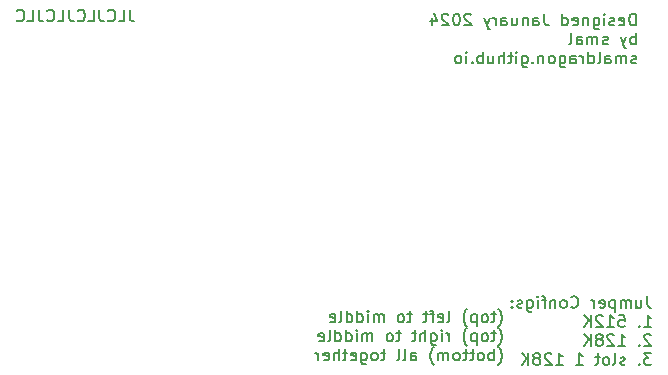
<source format=gbr>
%TF.GenerationSoftware,KiCad,Pcbnew,7.0.10*%
%TF.CreationDate,2024-01-06T19:25:06+00:00*%
%TF.ProjectId,v1a,7631612e-6b69-4636-9164-5f7063625858,rev?*%
%TF.SameCoordinates,Original*%
%TF.FileFunction,Legend,Bot*%
%TF.FilePolarity,Positive*%
%FSLAX46Y46*%
G04 Gerber Fmt 4.6, Leading zero omitted, Abs format (unit mm)*
G04 Created by KiCad (PCBNEW 7.0.10) date 2024-01-06 19:25:06*
%MOMM*%
%LPD*%
G01*
G04 APERTURE LIST*
%ADD10C,0.200000*%
%ADD11C,0.150000*%
G04 APERTURE END LIST*
D10*
X97134612Y-81794219D02*
X97134612Y-82508504D01*
X97134612Y-82508504D02*
X97182231Y-82651361D01*
X97182231Y-82651361D02*
X97277469Y-82746600D01*
X97277469Y-82746600D02*
X97420326Y-82794219D01*
X97420326Y-82794219D02*
X97515564Y-82794219D01*
X96229850Y-82127552D02*
X96229850Y-82794219D01*
X96658421Y-82127552D02*
X96658421Y-82651361D01*
X96658421Y-82651361D02*
X96610802Y-82746600D01*
X96610802Y-82746600D02*
X96515564Y-82794219D01*
X96515564Y-82794219D02*
X96372707Y-82794219D01*
X96372707Y-82794219D02*
X96277469Y-82746600D01*
X96277469Y-82746600D02*
X96229850Y-82698980D01*
X95753659Y-82794219D02*
X95753659Y-82127552D01*
X95753659Y-82222790D02*
X95706040Y-82175171D01*
X95706040Y-82175171D02*
X95610802Y-82127552D01*
X95610802Y-82127552D02*
X95467945Y-82127552D01*
X95467945Y-82127552D02*
X95372707Y-82175171D01*
X95372707Y-82175171D02*
X95325088Y-82270409D01*
X95325088Y-82270409D02*
X95325088Y-82794219D01*
X95325088Y-82270409D02*
X95277469Y-82175171D01*
X95277469Y-82175171D02*
X95182231Y-82127552D01*
X95182231Y-82127552D02*
X95039374Y-82127552D01*
X95039374Y-82127552D02*
X94944135Y-82175171D01*
X94944135Y-82175171D02*
X94896516Y-82270409D01*
X94896516Y-82270409D02*
X94896516Y-82794219D01*
X94420326Y-82127552D02*
X94420326Y-83127552D01*
X94420326Y-82175171D02*
X94325088Y-82127552D01*
X94325088Y-82127552D02*
X94134612Y-82127552D01*
X94134612Y-82127552D02*
X94039374Y-82175171D01*
X94039374Y-82175171D02*
X93991755Y-82222790D01*
X93991755Y-82222790D02*
X93944136Y-82318028D01*
X93944136Y-82318028D02*
X93944136Y-82603742D01*
X93944136Y-82603742D02*
X93991755Y-82698980D01*
X93991755Y-82698980D02*
X94039374Y-82746600D01*
X94039374Y-82746600D02*
X94134612Y-82794219D01*
X94134612Y-82794219D02*
X94325088Y-82794219D01*
X94325088Y-82794219D02*
X94420326Y-82746600D01*
X93134612Y-82746600D02*
X93229850Y-82794219D01*
X93229850Y-82794219D02*
X93420326Y-82794219D01*
X93420326Y-82794219D02*
X93515564Y-82746600D01*
X93515564Y-82746600D02*
X93563183Y-82651361D01*
X93563183Y-82651361D02*
X93563183Y-82270409D01*
X93563183Y-82270409D02*
X93515564Y-82175171D01*
X93515564Y-82175171D02*
X93420326Y-82127552D01*
X93420326Y-82127552D02*
X93229850Y-82127552D01*
X93229850Y-82127552D02*
X93134612Y-82175171D01*
X93134612Y-82175171D02*
X93086993Y-82270409D01*
X93086993Y-82270409D02*
X93086993Y-82365647D01*
X93086993Y-82365647D02*
X93563183Y-82460885D01*
X92658421Y-82794219D02*
X92658421Y-82127552D01*
X92658421Y-82318028D02*
X92610802Y-82222790D01*
X92610802Y-82222790D02*
X92563183Y-82175171D01*
X92563183Y-82175171D02*
X92467945Y-82127552D01*
X92467945Y-82127552D02*
X92372707Y-82127552D01*
X90706040Y-82698980D02*
X90753659Y-82746600D01*
X90753659Y-82746600D02*
X90896516Y-82794219D01*
X90896516Y-82794219D02*
X90991754Y-82794219D01*
X90991754Y-82794219D02*
X91134611Y-82746600D01*
X91134611Y-82746600D02*
X91229849Y-82651361D01*
X91229849Y-82651361D02*
X91277468Y-82556123D01*
X91277468Y-82556123D02*
X91325087Y-82365647D01*
X91325087Y-82365647D02*
X91325087Y-82222790D01*
X91325087Y-82222790D02*
X91277468Y-82032314D01*
X91277468Y-82032314D02*
X91229849Y-81937076D01*
X91229849Y-81937076D02*
X91134611Y-81841838D01*
X91134611Y-81841838D02*
X90991754Y-81794219D01*
X90991754Y-81794219D02*
X90896516Y-81794219D01*
X90896516Y-81794219D02*
X90753659Y-81841838D01*
X90753659Y-81841838D02*
X90706040Y-81889457D01*
X90134611Y-82794219D02*
X90229849Y-82746600D01*
X90229849Y-82746600D02*
X90277468Y-82698980D01*
X90277468Y-82698980D02*
X90325087Y-82603742D01*
X90325087Y-82603742D02*
X90325087Y-82318028D01*
X90325087Y-82318028D02*
X90277468Y-82222790D01*
X90277468Y-82222790D02*
X90229849Y-82175171D01*
X90229849Y-82175171D02*
X90134611Y-82127552D01*
X90134611Y-82127552D02*
X89991754Y-82127552D01*
X89991754Y-82127552D02*
X89896516Y-82175171D01*
X89896516Y-82175171D02*
X89848897Y-82222790D01*
X89848897Y-82222790D02*
X89801278Y-82318028D01*
X89801278Y-82318028D02*
X89801278Y-82603742D01*
X89801278Y-82603742D02*
X89848897Y-82698980D01*
X89848897Y-82698980D02*
X89896516Y-82746600D01*
X89896516Y-82746600D02*
X89991754Y-82794219D01*
X89991754Y-82794219D02*
X90134611Y-82794219D01*
X89372706Y-82127552D02*
X89372706Y-82794219D01*
X89372706Y-82222790D02*
X89325087Y-82175171D01*
X89325087Y-82175171D02*
X89229849Y-82127552D01*
X89229849Y-82127552D02*
X89086992Y-82127552D01*
X89086992Y-82127552D02*
X88991754Y-82175171D01*
X88991754Y-82175171D02*
X88944135Y-82270409D01*
X88944135Y-82270409D02*
X88944135Y-82794219D01*
X88610801Y-82127552D02*
X88229849Y-82127552D01*
X88467944Y-82794219D02*
X88467944Y-81937076D01*
X88467944Y-81937076D02*
X88420325Y-81841838D01*
X88420325Y-81841838D02*
X88325087Y-81794219D01*
X88325087Y-81794219D02*
X88229849Y-81794219D01*
X87896515Y-82794219D02*
X87896515Y-82127552D01*
X87896515Y-81794219D02*
X87944134Y-81841838D01*
X87944134Y-81841838D02*
X87896515Y-81889457D01*
X87896515Y-81889457D02*
X87848896Y-81841838D01*
X87848896Y-81841838D02*
X87896515Y-81794219D01*
X87896515Y-81794219D02*
X87896515Y-81889457D01*
X86991754Y-82127552D02*
X86991754Y-82937076D01*
X86991754Y-82937076D02*
X87039373Y-83032314D01*
X87039373Y-83032314D02*
X87086992Y-83079933D01*
X87086992Y-83079933D02*
X87182230Y-83127552D01*
X87182230Y-83127552D02*
X87325087Y-83127552D01*
X87325087Y-83127552D02*
X87420325Y-83079933D01*
X86991754Y-82746600D02*
X87086992Y-82794219D01*
X87086992Y-82794219D02*
X87277468Y-82794219D01*
X87277468Y-82794219D02*
X87372706Y-82746600D01*
X87372706Y-82746600D02*
X87420325Y-82698980D01*
X87420325Y-82698980D02*
X87467944Y-82603742D01*
X87467944Y-82603742D02*
X87467944Y-82318028D01*
X87467944Y-82318028D02*
X87420325Y-82222790D01*
X87420325Y-82222790D02*
X87372706Y-82175171D01*
X87372706Y-82175171D02*
X87277468Y-82127552D01*
X87277468Y-82127552D02*
X87086992Y-82127552D01*
X87086992Y-82127552D02*
X86991754Y-82175171D01*
X86563182Y-82746600D02*
X86467944Y-82794219D01*
X86467944Y-82794219D02*
X86277468Y-82794219D01*
X86277468Y-82794219D02*
X86182230Y-82746600D01*
X86182230Y-82746600D02*
X86134611Y-82651361D01*
X86134611Y-82651361D02*
X86134611Y-82603742D01*
X86134611Y-82603742D02*
X86182230Y-82508504D01*
X86182230Y-82508504D02*
X86277468Y-82460885D01*
X86277468Y-82460885D02*
X86420325Y-82460885D01*
X86420325Y-82460885D02*
X86515563Y-82413266D01*
X86515563Y-82413266D02*
X86563182Y-82318028D01*
X86563182Y-82318028D02*
X86563182Y-82270409D01*
X86563182Y-82270409D02*
X86515563Y-82175171D01*
X86515563Y-82175171D02*
X86420325Y-82127552D01*
X86420325Y-82127552D02*
X86277468Y-82127552D01*
X86277468Y-82127552D02*
X86182230Y-82175171D01*
X85706039Y-82698980D02*
X85658420Y-82746600D01*
X85658420Y-82746600D02*
X85706039Y-82794219D01*
X85706039Y-82794219D02*
X85753658Y-82746600D01*
X85753658Y-82746600D02*
X85706039Y-82698980D01*
X85706039Y-82698980D02*
X85706039Y-82794219D01*
X85706039Y-82175171D02*
X85658420Y-82222790D01*
X85658420Y-82222790D02*
X85706039Y-82270409D01*
X85706039Y-82270409D02*
X85753658Y-82222790D01*
X85753658Y-82222790D02*
X85706039Y-82175171D01*
X85706039Y-82175171D02*
X85706039Y-82270409D01*
X96896517Y-84404219D02*
X97467945Y-84404219D01*
X97182231Y-84404219D02*
X97182231Y-83404219D01*
X97182231Y-83404219D02*
X97277469Y-83547076D01*
X97277469Y-83547076D02*
X97372707Y-83642314D01*
X97372707Y-83642314D02*
X97467945Y-83689933D01*
X96467945Y-84308980D02*
X96420326Y-84356600D01*
X96420326Y-84356600D02*
X96467945Y-84404219D01*
X96467945Y-84404219D02*
X96515564Y-84356600D01*
X96515564Y-84356600D02*
X96467945Y-84308980D01*
X96467945Y-84308980D02*
X96467945Y-84404219D01*
X94753660Y-83404219D02*
X95229850Y-83404219D01*
X95229850Y-83404219D02*
X95277469Y-83880409D01*
X95277469Y-83880409D02*
X95229850Y-83832790D01*
X95229850Y-83832790D02*
X95134612Y-83785171D01*
X95134612Y-83785171D02*
X94896517Y-83785171D01*
X94896517Y-83785171D02*
X94801279Y-83832790D01*
X94801279Y-83832790D02*
X94753660Y-83880409D01*
X94753660Y-83880409D02*
X94706041Y-83975647D01*
X94706041Y-83975647D02*
X94706041Y-84213742D01*
X94706041Y-84213742D02*
X94753660Y-84308980D01*
X94753660Y-84308980D02*
X94801279Y-84356600D01*
X94801279Y-84356600D02*
X94896517Y-84404219D01*
X94896517Y-84404219D02*
X95134612Y-84404219D01*
X95134612Y-84404219D02*
X95229850Y-84356600D01*
X95229850Y-84356600D02*
X95277469Y-84308980D01*
X93753660Y-84404219D02*
X94325088Y-84404219D01*
X94039374Y-84404219D02*
X94039374Y-83404219D01*
X94039374Y-83404219D02*
X94134612Y-83547076D01*
X94134612Y-83547076D02*
X94229850Y-83642314D01*
X94229850Y-83642314D02*
X94325088Y-83689933D01*
X93372707Y-83499457D02*
X93325088Y-83451838D01*
X93325088Y-83451838D02*
X93229850Y-83404219D01*
X93229850Y-83404219D02*
X92991755Y-83404219D01*
X92991755Y-83404219D02*
X92896517Y-83451838D01*
X92896517Y-83451838D02*
X92848898Y-83499457D01*
X92848898Y-83499457D02*
X92801279Y-83594695D01*
X92801279Y-83594695D02*
X92801279Y-83689933D01*
X92801279Y-83689933D02*
X92848898Y-83832790D01*
X92848898Y-83832790D02*
X93420326Y-84404219D01*
X93420326Y-84404219D02*
X92801279Y-84404219D01*
X92372707Y-84404219D02*
X92372707Y-83404219D01*
X91801279Y-84404219D02*
X92229850Y-83832790D01*
X91801279Y-83404219D02*
X92372707Y-83975647D01*
X97467945Y-85109457D02*
X97420326Y-85061838D01*
X97420326Y-85061838D02*
X97325088Y-85014219D01*
X97325088Y-85014219D02*
X97086993Y-85014219D01*
X97086993Y-85014219D02*
X96991755Y-85061838D01*
X96991755Y-85061838D02*
X96944136Y-85109457D01*
X96944136Y-85109457D02*
X96896517Y-85204695D01*
X96896517Y-85204695D02*
X96896517Y-85299933D01*
X96896517Y-85299933D02*
X96944136Y-85442790D01*
X96944136Y-85442790D02*
X97515564Y-86014219D01*
X97515564Y-86014219D02*
X96896517Y-86014219D01*
X96467945Y-85918980D02*
X96420326Y-85966600D01*
X96420326Y-85966600D02*
X96467945Y-86014219D01*
X96467945Y-86014219D02*
X96515564Y-85966600D01*
X96515564Y-85966600D02*
X96467945Y-85918980D01*
X96467945Y-85918980D02*
X96467945Y-86014219D01*
X94706041Y-86014219D02*
X95277469Y-86014219D01*
X94991755Y-86014219D02*
X94991755Y-85014219D01*
X94991755Y-85014219D02*
X95086993Y-85157076D01*
X95086993Y-85157076D02*
X95182231Y-85252314D01*
X95182231Y-85252314D02*
X95277469Y-85299933D01*
X94325088Y-85109457D02*
X94277469Y-85061838D01*
X94277469Y-85061838D02*
X94182231Y-85014219D01*
X94182231Y-85014219D02*
X93944136Y-85014219D01*
X93944136Y-85014219D02*
X93848898Y-85061838D01*
X93848898Y-85061838D02*
X93801279Y-85109457D01*
X93801279Y-85109457D02*
X93753660Y-85204695D01*
X93753660Y-85204695D02*
X93753660Y-85299933D01*
X93753660Y-85299933D02*
X93801279Y-85442790D01*
X93801279Y-85442790D02*
X94372707Y-86014219D01*
X94372707Y-86014219D02*
X93753660Y-86014219D01*
X93182231Y-85442790D02*
X93277469Y-85395171D01*
X93277469Y-85395171D02*
X93325088Y-85347552D01*
X93325088Y-85347552D02*
X93372707Y-85252314D01*
X93372707Y-85252314D02*
X93372707Y-85204695D01*
X93372707Y-85204695D02*
X93325088Y-85109457D01*
X93325088Y-85109457D02*
X93277469Y-85061838D01*
X93277469Y-85061838D02*
X93182231Y-85014219D01*
X93182231Y-85014219D02*
X92991755Y-85014219D01*
X92991755Y-85014219D02*
X92896517Y-85061838D01*
X92896517Y-85061838D02*
X92848898Y-85109457D01*
X92848898Y-85109457D02*
X92801279Y-85204695D01*
X92801279Y-85204695D02*
X92801279Y-85252314D01*
X92801279Y-85252314D02*
X92848898Y-85347552D01*
X92848898Y-85347552D02*
X92896517Y-85395171D01*
X92896517Y-85395171D02*
X92991755Y-85442790D01*
X92991755Y-85442790D02*
X93182231Y-85442790D01*
X93182231Y-85442790D02*
X93277469Y-85490409D01*
X93277469Y-85490409D02*
X93325088Y-85538028D01*
X93325088Y-85538028D02*
X93372707Y-85633266D01*
X93372707Y-85633266D02*
X93372707Y-85823742D01*
X93372707Y-85823742D02*
X93325088Y-85918980D01*
X93325088Y-85918980D02*
X93277469Y-85966600D01*
X93277469Y-85966600D02*
X93182231Y-86014219D01*
X93182231Y-86014219D02*
X92991755Y-86014219D01*
X92991755Y-86014219D02*
X92896517Y-85966600D01*
X92896517Y-85966600D02*
X92848898Y-85918980D01*
X92848898Y-85918980D02*
X92801279Y-85823742D01*
X92801279Y-85823742D02*
X92801279Y-85633266D01*
X92801279Y-85633266D02*
X92848898Y-85538028D01*
X92848898Y-85538028D02*
X92896517Y-85490409D01*
X92896517Y-85490409D02*
X92991755Y-85442790D01*
X92372707Y-86014219D02*
X92372707Y-85014219D01*
X91801279Y-86014219D02*
X92229850Y-85442790D01*
X91801279Y-85014219D02*
X92372707Y-85585647D01*
X97515564Y-86624219D02*
X96896517Y-86624219D01*
X96896517Y-86624219D02*
X97229850Y-87005171D01*
X97229850Y-87005171D02*
X97086993Y-87005171D01*
X97086993Y-87005171D02*
X96991755Y-87052790D01*
X96991755Y-87052790D02*
X96944136Y-87100409D01*
X96944136Y-87100409D02*
X96896517Y-87195647D01*
X96896517Y-87195647D02*
X96896517Y-87433742D01*
X96896517Y-87433742D02*
X96944136Y-87528980D01*
X96944136Y-87528980D02*
X96991755Y-87576600D01*
X96991755Y-87576600D02*
X97086993Y-87624219D01*
X97086993Y-87624219D02*
X97372707Y-87624219D01*
X97372707Y-87624219D02*
X97467945Y-87576600D01*
X97467945Y-87576600D02*
X97515564Y-87528980D01*
X96467945Y-87528980D02*
X96420326Y-87576600D01*
X96420326Y-87576600D02*
X96467945Y-87624219D01*
X96467945Y-87624219D02*
X96515564Y-87576600D01*
X96515564Y-87576600D02*
X96467945Y-87528980D01*
X96467945Y-87528980D02*
X96467945Y-87624219D01*
X95277469Y-87576600D02*
X95182231Y-87624219D01*
X95182231Y-87624219D02*
X94991755Y-87624219D01*
X94991755Y-87624219D02*
X94896517Y-87576600D01*
X94896517Y-87576600D02*
X94848898Y-87481361D01*
X94848898Y-87481361D02*
X94848898Y-87433742D01*
X94848898Y-87433742D02*
X94896517Y-87338504D01*
X94896517Y-87338504D02*
X94991755Y-87290885D01*
X94991755Y-87290885D02*
X95134612Y-87290885D01*
X95134612Y-87290885D02*
X95229850Y-87243266D01*
X95229850Y-87243266D02*
X95277469Y-87148028D01*
X95277469Y-87148028D02*
X95277469Y-87100409D01*
X95277469Y-87100409D02*
X95229850Y-87005171D01*
X95229850Y-87005171D02*
X95134612Y-86957552D01*
X95134612Y-86957552D02*
X94991755Y-86957552D01*
X94991755Y-86957552D02*
X94896517Y-87005171D01*
X94277469Y-87624219D02*
X94372707Y-87576600D01*
X94372707Y-87576600D02*
X94420326Y-87481361D01*
X94420326Y-87481361D02*
X94420326Y-86624219D01*
X93753659Y-87624219D02*
X93848897Y-87576600D01*
X93848897Y-87576600D02*
X93896516Y-87528980D01*
X93896516Y-87528980D02*
X93944135Y-87433742D01*
X93944135Y-87433742D02*
X93944135Y-87148028D01*
X93944135Y-87148028D02*
X93896516Y-87052790D01*
X93896516Y-87052790D02*
X93848897Y-87005171D01*
X93848897Y-87005171D02*
X93753659Y-86957552D01*
X93753659Y-86957552D02*
X93610802Y-86957552D01*
X93610802Y-86957552D02*
X93515564Y-87005171D01*
X93515564Y-87005171D02*
X93467945Y-87052790D01*
X93467945Y-87052790D02*
X93420326Y-87148028D01*
X93420326Y-87148028D02*
X93420326Y-87433742D01*
X93420326Y-87433742D02*
X93467945Y-87528980D01*
X93467945Y-87528980D02*
X93515564Y-87576600D01*
X93515564Y-87576600D02*
X93610802Y-87624219D01*
X93610802Y-87624219D02*
X93753659Y-87624219D01*
X93134611Y-86957552D02*
X92753659Y-86957552D01*
X92991754Y-86624219D02*
X92991754Y-87481361D01*
X92991754Y-87481361D02*
X92944135Y-87576600D01*
X92944135Y-87576600D02*
X92848897Y-87624219D01*
X92848897Y-87624219D02*
X92753659Y-87624219D01*
X91134611Y-87624219D02*
X91706039Y-87624219D01*
X91420325Y-87624219D02*
X91420325Y-86624219D01*
X91420325Y-86624219D02*
X91515563Y-86767076D01*
X91515563Y-86767076D02*
X91610801Y-86862314D01*
X91610801Y-86862314D02*
X91706039Y-86909933D01*
X89420325Y-87624219D02*
X89991753Y-87624219D01*
X89706039Y-87624219D02*
X89706039Y-86624219D01*
X89706039Y-86624219D02*
X89801277Y-86767076D01*
X89801277Y-86767076D02*
X89896515Y-86862314D01*
X89896515Y-86862314D02*
X89991753Y-86909933D01*
X89039372Y-86719457D02*
X88991753Y-86671838D01*
X88991753Y-86671838D02*
X88896515Y-86624219D01*
X88896515Y-86624219D02*
X88658420Y-86624219D01*
X88658420Y-86624219D02*
X88563182Y-86671838D01*
X88563182Y-86671838D02*
X88515563Y-86719457D01*
X88515563Y-86719457D02*
X88467944Y-86814695D01*
X88467944Y-86814695D02*
X88467944Y-86909933D01*
X88467944Y-86909933D02*
X88515563Y-87052790D01*
X88515563Y-87052790D02*
X89086991Y-87624219D01*
X89086991Y-87624219D02*
X88467944Y-87624219D01*
X87896515Y-87052790D02*
X87991753Y-87005171D01*
X87991753Y-87005171D02*
X88039372Y-86957552D01*
X88039372Y-86957552D02*
X88086991Y-86862314D01*
X88086991Y-86862314D02*
X88086991Y-86814695D01*
X88086991Y-86814695D02*
X88039372Y-86719457D01*
X88039372Y-86719457D02*
X87991753Y-86671838D01*
X87991753Y-86671838D02*
X87896515Y-86624219D01*
X87896515Y-86624219D02*
X87706039Y-86624219D01*
X87706039Y-86624219D02*
X87610801Y-86671838D01*
X87610801Y-86671838D02*
X87563182Y-86719457D01*
X87563182Y-86719457D02*
X87515563Y-86814695D01*
X87515563Y-86814695D02*
X87515563Y-86862314D01*
X87515563Y-86862314D02*
X87563182Y-86957552D01*
X87563182Y-86957552D02*
X87610801Y-87005171D01*
X87610801Y-87005171D02*
X87706039Y-87052790D01*
X87706039Y-87052790D02*
X87896515Y-87052790D01*
X87896515Y-87052790D02*
X87991753Y-87100409D01*
X87991753Y-87100409D02*
X88039372Y-87148028D01*
X88039372Y-87148028D02*
X88086991Y-87243266D01*
X88086991Y-87243266D02*
X88086991Y-87433742D01*
X88086991Y-87433742D02*
X88039372Y-87528980D01*
X88039372Y-87528980D02*
X87991753Y-87576600D01*
X87991753Y-87576600D02*
X87896515Y-87624219D01*
X87896515Y-87624219D02*
X87706039Y-87624219D01*
X87706039Y-87624219D02*
X87610801Y-87576600D01*
X87610801Y-87576600D02*
X87563182Y-87528980D01*
X87563182Y-87528980D02*
X87515563Y-87433742D01*
X87515563Y-87433742D02*
X87515563Y-87243266D01*
X87515563Y-87243266D02*
X87563182Y-87148028D01*
X87563182Y-87148028D02*
X87610801Y-87100409D01*
X87610801Y-87100409D02*
X87706039Y-87052790D01*
X87086991Y-87624219D02*
X87086991Y-86624219D01*
X86515563Y-87624219D02*
X86944134Y-87052790D01*
X86515563Y-86624219D02*
X87086991Y-87195647D01*
D11*
X53352506Y-57543819D02*
X53352506Y-58258104D01*
X53352506Y-58258104D02*
X53400125Y-58400961D01*
X53400125Y-58400961D02*
X53495363Y-58496200D01*
X53495363Y-58496200D02*
X53638220Y-58543819D01*
X53638220Y-58543819D02*
X53733458Y-58543819D01*
X52400125Y-58543819D02*
X52876315Y-58543819D01*
X52876315Y-58543819D02*
X52876315Y-57543819D01*
X51495363Y-58448580D02*
X51542982Y-58496200D01*
X51542982Y-58496200D02*
X51685839Y-58543819D01*
X51685839Y-58543819D02*
X51781077Y-58543819D01*
X51781077Y-58543819D02*
X51923934Y-58496200D01*
X51923934Y-58496200D02*
X52019172Y-58400961D01*
X52019172Y-58400961D02*
X52066791Y-58305723D01*
X52066791Y-58305723D02*
X52114410Y-58115247D01*
X52114410Y-58115247D02*
X52114410Y-57972390D01*
X52114410Y-57972390D02*
X52066791Y-57781914D01*
X52066791Y-57781914D02*
X52019172Y-57686676D01*
X52019172Y-57686676D02*
X51923934Y-57591438D01*
X51923934Y-57591438D02*
X51781077Y-57543819D01*
X51781077Y-57543819D02*
X51685839Y-57543819D01*
X51685839Y-57543819D02*
X51542982Y-57591438D01*
X51542982Y-57591438D02*
X51495363Y-57639057D01*
X50781077Y-57543819D02*
X50781077Y-58258104D01*
X50781077Y-58258104D02*
X50828696Y-58400961D01*
X50828696Y-58400961D02*
X50923934Y-58496200D01*
X50923934Y-58496200D02*
X51066791Y-58543819D01*
X51066791Y-58543819D02*
X51162029Y-58543819D01*
X49828696Y-58543819D02*
X50304886Y-58543819D01*
X50304886Y-58543819D02*
X50304886Y-57543819D01*
X48923934Y-58448580D02*
X48971553Y-58496200D01*
X48971553Y-58496200D02*
X49114410Y-58543819D01*
X49114410Y-58543819D02*
X49209648Y-58543819D01*
X49209648Y-58543819D02*
X49352505Y-58496200D01*
X49352505Y-58496200D02*
X49447743Y-58400961D01*
X49447743Y-58400961D02*
X49495362Y-58305723D01*
X49495362Y-58305723D02*
X49542981Y-58115247D01*
X49542981Y-58115247D02*
X49542981Y-57972390D01*
X49542981Y-57972390D02*
X49495362Y-57781914D01*
X49495362Y-57781914D02*
X49447743Y-57686676D01*
X49447743Y-57686676D02*
X49352505Y-57591438D01*
X49352505Y-57591438D02*
X49209648Y-57543819D01*
X49209648Y-57543819D02*
X49114410Y-57543819D01*
X49114410Y-57543819D02*
X48971553Y-57591438D01*
X48971553Y-57591438D02*
X48923934Y-57639057D01*
X48209648Y-57543819D02*
X48209648Y-58258104D01*
X48209648Y-58258104D02*
X48257267Y-58400961D01*
X48257267Y-58400961D02*
X48352505Y-58496200D01*
X48352505Y-58496200D02*
X48495362Y-58543819D01*
X48495362Y-58543819D02*
X48590600Y-58543819D01*
X47257267Y-58543819D02*
X47733457Y-58543819D01*
X47733457Y-58543819D02*
X47733457Y-57543819D01*
X46352505Y-58448580D02*
X46400124Y-58496200D01*
X46400124Y-58496200D02*
X46542981Y-58543819D01*
X46542981Y-58543819D02*
X46638219Y-58543819D01*
X46638219Y-58543819D02*
X46781076Y-58496200D01*
X46781076Y-58496200D02*
X46876314Y-58400961D01*
X46876314Y-58400961D02*
X46923933Y-58305723D01*
X46923933Y-58305723D02*
X46971552Y-58115247D01*
X46971552Y-58115247D02*
X46971552Y-57972390D01*
X46971552Y-57972390D02*
X46923933Y-57781914D01*
X46923933Y-57781914D02*
X46876314Y-57686676D01*
X46876314Y-57686676D02*
X46781076Y-57591438D01*
X46781076Y-57591438D02*
X46638219Y-57543819D01*
X46638219Y-57543819D02*
X46542981Y-57543819D01*
X46542981Y-57543819D02*
X46400124Y-57591438D01*
X46400124Y-57591438D02*
X46352505Y-57639057D01*
X45638219Y-57543819D02*
X45638219Y-58258104D01*
X45638219Y-58258104D02*
X45685838Y-58400961D01*
X45685838Y-58400961D02*
X45781076Y-58496200D01*
X45781076Y-58496200D02*
X45923933Y-58543819D01*
X45923933Y-58543819D02*
X46019171Y-58543819D01*
X44685838Y-58543819D02*
X45162028Y-58543819D01*
X45162028Y-58543819D02*
X45162028Y-57543819D01*
X43781076Y-58448580D02*
X43828695Y-58496200D01*
X43828695Y-58496200D02*
X43971552Y-58543819D01*
X43971552Y-58543819D02*
X44066790Y-58543819D01*
X44066790Y-58543819D02*
X44209647Y-58496200D01*
X44209647Y-58496200D02*
X44304885Y-58400961D01*
X44304885Y-58400961D02*
X44352504Y-58305723D01*
X44352504Y-58305723D02*
X44400123Y-58115247D01*
X44400123Y-58115247D02*
X44400123Y-57972390D01*
X44400123Y-57972390D02*
X44352504Y-57781914D01*
X44352504Y-57781914D02*
X44304885Y-57686676D01*
X44304885Y-57686676D02*
X44209647Y-57591438D01*
X44209647Y-57591438D02*
X44066790Y-57543819D01*
X44066790Y-57543819D02*
X43971552Y-57543819D01*
X43971552Y-57543819D02*
X43828695Y-57591438D01*
X43828695Y-57591438D02*
X43781076Y-57639057D01*
X96183220Y-58879819D02*
X96183220Y-57879819D01*
X96183220Y-57879819D02*
X95945125Y-57879819D01*
X95945125Y-57879819D02*
X95802268Y-57927438D01*
X95802268Y-57927438D02*
X95707030Y-58022676D01*
X95707030Y-58022676D02*
X95659411Y-58117914D01*
X95659411Y-58117914D02*
X95611792Y-58308390D01*
X95611792Y-58308390D02*
X95611792Y-58451247D01*
X95611792Y-58451247D02*
X95659411Y-58641723D01*
X95659411Y-58641723D02*
X95707030Y-58736961D01*
X95707030Y-58736961D02*
X95802268Y-58832200D01*
X95802268Y-58832200D02*
X95945125Y-58879819D01*
X95945125Y-58879819D02*
X96183220Y-58879819D01*
X94802268Y-58832200D02*
X94897506Y-58879819D01*
X94897506Y-58879819D02*
X95087982Y-58879819D01*
X95087982Y-58879819D02*
X95183220Y-58832200D01*
X95183220Y-58832200D02*
X95230839Y-58736961D01*
X95230839Y-58736961D02*
X95230839Y-58356009D01*
X95230839Y-58356009D02*
X95183220Y-58260771D01*
X95183220Y-58260771D02*
X95087982Y-58213152D01*
X95087982Y-58213152D02*
X94897506Y-58213152D01*
X94897506Y-58213152D02*
X94802268Y-58260771D01*
X94802268Y-58260771D02*
X94754649Y-58356009D01*
X94754649Y-58356009D02*
X94754649Y-58451247D01*
X94754649Y-58451247D02*
X95230839Y-58546485D01*
X94373696Y-58832200D02*
X94278458Y-58879819D01*
X94278458Y-58879819D02*
X94087982Y-58879819D01*
X94087982Y-58879819D02*
X93992744Y-58832200D01*
X93992744Y-58832200D02*
X93945125Y-58736961D01*
X93945125Y-58736961D02*
X93945125Y-58689342D01*
X93945125Y-58689342D02*
X93992744Y-58594104D01*
X93992744Y-58594104D02*
X94087982Y-58546485D01*
X94087982Y-58546485D02*
X94230839Y-58546485D01*
X94230839Y-58546485D02*
X94326077Y-58498866D01*
X94326077Y-58498866D02*
X94373696Y-58403628D01*
X94373696Y-58403628D02*
X94373696Y-58356009D01*
X94373696Y-58356009D02*
X94326077Y-58260771D01*
X94326077Y-58260771D02*
X94230839Y-58213152D01*
X94230839Y-58213152D02*
X94087982Y-58213152D01*
X94087982Y-58213152D02*
X93992744Y-58260771D01*
X93516553Y-58879819D02*
X93516553Y-58213152D01*
X93516553Y-57879819D02*
X93564172Y-57927438D01*
X93564172Y-57927438D02*
X93516553Y-57975057D01*
X93516553Y-57975057D02*
X93468934Y-57927438D01*
X93468934Y-57927438D02*
X93516553Y-57879819D01*
X93516553Y-57879819D02*
X93516553Y-57975057D01*
X92611792Y-58213152D02*
X92611792Y-59022676D01*
X92611792Y-59022676D02*
X92659411Y-59117914D01*
X92659411Y-59117914D02*
X92707030Y-59165533D01*
X92707030Y-59165533D02*
X92802268Y-59213152D01*
X92802268Y-59213152D02*
X92945125Y-59213152D01*
X92945125Y-59213152D02*
X93040363Y-59165533D01*
X92611792Y-58832200D02*
X92707030Y-58879819D01*
X92707030Y-58879819D02*
X92897506Y-58879819D01*
X92897506Y-58879819D02*
X92992744Y-58832200D01*
X92992744Y-58832200D02*
X93040363Y-58784580D01*
X93040363Y-58784580D02*
X93087982Y-58689342D01*
X93087982Y-58689342D02*
X93087982Y-58403628D01*
X93087982Y-58403628D02*
X93040363Y-58308390D01*
X93040363Y-58308390D02*
X92992744Y-58260771D01*
X92992744Y-58260771D02*
X92897506Y-58213152D01*
X92897506Y-58213152D02*
X92707030Y-58213152D01*
X92707030Y-58213152D02*
X92611792Y-58260771D01*
X92135601Y-58213152D02*
X92135601Y-58879819D01*
X92135601Y-58308390D02*
X92087982Y-58260771D01*
X92087982Y-58260771D02*
X91992744Y-58213152D01*
X91992744Y-58213152D02*
X91849887Y-58213152D01*
X91849887Y-58213152D02*
X91754649Y-58260771D01*
X91754649Y-58260771D02*
X91707030Y-58356009D01*
X91707030Y-58356009D02*
X91707030Y-58879819D01*
X90849887Y-58832200D02*
X90945125Y-58879819D01*
X90945125Y-58879819D02*
X91135601Y-58879819D01*
X91135601Y-58879819D02*
X91230839Y-58832200D01*
X91230839Y-58832200D02*
X91278458Y-58736961D01*
X91278458Y-58736961D02*
X91278458Y-58356009D01*
X91278458Y-58356009D02*
X91230839Y-58260771D01*
X91230839Y-58260771D02*
X91135601Y-58213152D01*
X91135601Y-58213152D02*
X90945125Y-58213152D01*
X90945125Y-58213152D02*
X90849887Y-58260771D01*
X90849887Y-58260771D02*
X90802268Y-58356009D01*
X90802268Y-58356009D02*
X90802268Y-58451247D01*
X90802268Y-58451247D02*
X91278458Y-58546485D01*
X89945125Y-58879819D02*
X89945125Y-57879819D01*
X89945125Y-58832200D02*
X90040363Y-58879819D01*
X90040363Y-58879819D02*
X90230839Y-58879819D01*
X90230839Y-58879819D02*
X90326077Y-58832200D01*
X90326077Y-58832200D02*
X90373696Y-58784580D01*
X90373696Y-58784580D02*
X90421315Y-58689342D01*
X90421315Y-58689342D02*
X90421315Y-58403628D01*
X90421315Y-58403628D02*
X90373696Y-58308390D01*
X90373696Y-58308390D02*
X90326077Y-58260771D01*
X90326077Y-58260771D02*
X90230839Y-58213152D01*
X90230839Y-58213152D02*
X90040363Y-58213152D01*
X90040363Y-58213152D02*
X89945125Y-58260771D01*
X88421315Y-57879819D02*
X88421315Y-58594104D01*
X88421315Y-58594104D02*
X88468934Y-58736961D01*
X88468934Y-58736961D02*
X88564172Y-58832200D01*
X88564172Y-58832200D02*
X88707029Y-58879819D01*
X88707029Y-58879819D02*
X88802267Y-58879819D01*
X87516553Y-58879819D02*
X87516553Y-58356009D01*
X87516553Y-58356009D02*
X87564172Y-58260771D01*
X87564172Y-58260771D02*
X87659410Y-58213152D01*
X87659410Y-58213152D02*
X87849886Y-58213152D01*
X87849886Y-58213152D02*
X87945124Y-58260771D01*
X87516553Y-58832200D02*
X87611791Y-58879819D01*
X87611791Y-58879819D02*
X87849886Y-58879819D01*
X87849886Y-58879819D02*
X87945124Y-58832200D01*
X87945124Y-58832200D02*
X87992743Y-58736961D01*
X87992743Y-58736961D02*
X87992743Y-58641723D01*
X87992743Y-58641723D02*
X87945124Y-58546485D01*
X87945124Y-58546485D02*
X87849886Y-58498866D01*
X87849886Y-58498866D02*
X87611791Y-58498866D01*
X87611791Y-58498866D02*
X87516553Y-58451247D01*
X87040362Y-58213152D02*
X87040362Y-58879819D01*
X87040362Y-58308390D02*
X86992743Y-58260771D01*
X86992743Y-58260771D02*
X86897505Y-58213152D01*
X86897505Y-58213152D02*
X86754648Y-58213152D01*
X86754648Y-58213152D02*
X86659410Y-58260771D01*
X86659410Y-58260771D02*
X86611791Y-58356009D01*
X86611791Y-58356009D02*
X86611791Y-58879819D01*
X85707029Y-58213152D02*
X85707029Y-58879819D01*
X86135600Y-58213152D02*
X86135600Y-58736961D01*
X86135600Y-58736961D02*
X86087981Y-58832200D01*
X86087981Y-58832200D02*
X85992743Y-58879819D01*
X85992743Y-58879819D02*
X85849886Y-58879819D01*
X85849886Y-58879819D02*
X85754648Y-58832200D01*
X85754648Y-58832200D02*
X85707029Y-58784580D01*
X84802267Y-58879819D02*
X84802267Y-58356009D01*
X84802267Y-58356009D02*
X84849886Y-58260771D01*
X84849886Y-58260771D02*
X84945124Y-58213152D01*
X84945124Y-58213152D02*
X85135600Y-58213152D01*
X85135600Y-58213152D02*
X85230838Y-58260771D01*
X84802267Y-58832200D02*
X84897505Y-58879819D01*
X84897505Y-58879819D02*
X85135600Y-58879819D01*
X85135600Y-58879819D02*
X85230838Y-58832200D01*
X85230838Y-58832200D02*
X85278457Y-58736961D01*
X85278457Y-58736961D02*
X85278457Y-58641723D01*
X85278457Y-58641723D02*
X85230838Y-58546485D01*
X85230838Y-58546485D02*
X85135600Y-58498866D01*
X85135600Y-58498866D02*
X84897505Y-58498866D01*
X84897505Y-58498866D02*
X84802267Y-58451247D01*
X84326076Y-58879819D02*
X84326076Y-58213152D01*
X84326076Y-58403628D02*
X84278457Y-58308390D01*
X84278457Y-58308390D02*
X84230838Y-58260771D01*
X84230838Y-58260771D02*
X84135600Y-58213152D01*
X84135600Y-58213152D02*
X84040362Y-58213152D01*
X83802266Y-58213152D02*
X83564171Y-58879819D01*
X83326076Y-58213152D02*
X83564171Y-58879819D01*
X83564171Y-58879819D02*
X83659409Y-59117914D01*
X83659409Y-59117914D02*
X83707028Y-59165533D01*
X83707028Y-59165533D02*
X83802266Y-59213152D01*
X82230837Y-57975057D02*
X82183218Y-57927438D01*
X82183218Y-57927438D02*
X82087980Y-57879819D01*
X82087980Y-57879819D02*
X81849885Y-57879819D01*
X81849885Y-57879819D02*
X81754647Y-57927438D01*
X81754647Y-57927438D02*
X81707028Y-57975057D01*
X81707028Y-57975057D02*
X81659409Y-58070295D01*
X81659409Y-58070295D02*
X81659409Y-58165533D01*
X81659409Y-58165533D02*
X81707028Y-58308390D01*
X81707028Y-58308390D02*
X82278456Y-58879819D01*
X82278456Y-58879819D02*
X81659409Y-58879819D01*
X81040361Y-57879819D02*
X80945123Y-57879819D01*
X80945123Y-57879819D02*
X80849885Y-57927438D01*
X80849885Y-57927438D02*
X80802266Y-57975057D01*
X80802266Y-57975057D02*
X80754647Y-58070295D01*
X80754647Y-58070295D02*
X80707028Y-58260771D01*
X80707028Y-58260771D02*
X80707028Y-58498866D01*
X80707028Y-58498866D02*
X80754647Y-58689342D01*
X80754647Y-58689342D02*
X80802266Y-58784580D01*
X80802266Y-58784580D02*
X80849885Y-58832200D01*
X80849885Y-58832200D02*
X80945123Y-58879819D01*
X80945123Y-58879819D02*
X81040361Y-58879819D01*
X81040361Y-58879819D02*
X81135599Y-58832200D01*
X81135599Y-58832200D02*
X81183218Y-58784580D01*
X81183218Y-58784580D02*
X81230837Y-58689342D01*
X81230837Y-58689342D02*
X81278456Y-58498866D01*
X81278456Y-58498866D02*
X81278456Y-58260771D01*
X81278456Y-58260771D02*
X81230837Y-58070295D01*
X81230837Y-58070295D02*
X81183218Y-57975057D01*
X81183218Y-57975057D02*
X81135599Y-57927438D01*
X81135599Y-57927438D02*
X81040361Y-57879819D01*
X80326075Y-57975057D02*
X80278456Y-57927438D01*
X80278456Y-57927438D02*
X80183218Y-57879819D01*
X80183218Y-57879819D02*
X79945123Y-57879819D01*
X79945123Y-57879819D02*
X79849885Y-57927438D01*
X79849885Y-57927438D02*
X79802266Y-57975057D01*
X79802266Y-57975057D02*
X79754647Y-58070295D01*
X79754647Y-58070295D02*
X79754647Y-58165533D01*
X79754647Y-58165533D02*
X79802266Y-58308390D01*
X79802266Y-58308390D02*
X80373694Y-58879819D01*
X80373694Y-58879819D02*
X79754647Y-58879819D01*
X78897504Y-58213152D02*
X78897504Y-58879819D01*
X79135599Y-57832200D02*
X79373694Y-58546485D01*
X79373694Y-58546485D02*
X78754647Y-58546485D01*
X96183220Y-60489819D02*
X96183220Y-59489819D01*
X96183220Y-59870771D02*
X96087982Y-59823152D01*
X96087982Y-59823152D02*
X95897506Y-59823152D01*
X95897506Y-59823152D02*
X95802268Y-59870771D01*
X95802268Y-59870771D02*
X95754649Y-59918390D01*
X95754649Y-59918390D02*
X95707030Y-60013628D01*
X95707030Y-60013628D02*
X95707030Y-60299342D01*
X95707030Y-60299342D02*
X95754649Y-60394580D01*
X95754649Y-60394580D02*
X95802268Y-60442200D01*
X95802268Y-60442200D02*
X95897506Y-60489819D01*
X95897506Y-60489819D02*
X96087982Y-60489819D01*
X96087982Y-60489819D02*
X96183220Y-60442200D01*
X95373696Y-59823152D02*
X95135601Y-60489819D01*
X94897506Y-59823152D02*
X95135601Y-60489819D01*
X95135601Y-60489819D02*
X95230839Y-60727914D01*
X95230839Y-60727914D02*
X95278458Y-60775533D01*
X95278458Y-60775533D02*
X95373696Y-60823152D01*
X93802267Y-60442200D02*
X93707029Y-60489819D01*
X93707029Y-60489819D02*
X93516553Y-60489819D01*
X93516553Y-60489819D02*
X93421315Y-60442200D01*
X93421315Y-60442200D02*
X93373696Y-60346961D01*
X93373696Y-60346961D02*
X93373696Y-60299342D01*
X93373696Y-60299342D02*
X93421315Y-60204104D01*
X93421315Y-60204104D02*
X93516553Y-60156485D01*
X93516553Y-60156485D02*
X93659410Y-60156485D01*
X93659410Y-60156485D02*
X93754648Y-60108866D01*
X93754648Y-60108866D02*
X93802267Y-60013628D01*
X93802267Y-60013628D02*
X93802267Y-59966009D01*
X93802267Y-59966009D02*
X93754648Y-59870771D01*
X93754648Y-59870771D02*
X93659410Y-59823152D01*
X93659410Y-59823152D02*
X93516553Y-59823152D01*
X93516553Y-59823152D02*
X93421315Y-59870771D01*
X92945124Y-60489819D02*
X92945124Y-59823152D01*
X92945124Y-59918390D02*
X92897505Y-59870771D01*
X92897505Y-59870771D02*
X92802267Y-59823152D01*
X92802267Y-59823152D02*
X92659410Y-59823152D01*
X92659410Y-59823152D02*
X92564172Y-59870771D01*
X92564172Y-59870771D02*
X92516553Y-59966009D01*
X92516553Y-59966009D02*
X92516553Y-60489819D01*
X92516553Y-59966009D02*
X92468934Y-59870771D01*
X92468934Y-59870771D02*
X92373696Y-59823152D01*
X92373696Y-59823152D02*
X92230839Y-59823152D01*
X92230839Y-59823152D02*
X92135600Y-59870771D01*
X92135600Y-59870771D02*
X92087981Y-59966009D01*
X92087981Y-59966009D02*
X92087981Y-60489819D01*
X91183220Y-60489819D02*
X91183220Y-59966009D01*
X91183220Y-59966009D02*
X91230839Y-59870771D01*
X91230839Y-59870771D02*
X91326077Y-59823152D01*
X91326077Y-59823152D02*
X91516553Y-59823152D01*
X91516553Y-59823152D02*
X91611791Y-59870771D01*
X91183220Y-60442200D02*
X91278458Y-60489819D01*
X91278458Y-60489819D02*
X91516553Y-60489819D01*
X91516553Y-60489819D02*
X91611791Y-60442200D01*
X91611791Y-60442200D02*
X91659410Y-60346961D01*
X91659410Y-60346961D02*
X91659410Y-60251723D01*
X91659410Y-60251723D02*
X91611791Y-60156485D01*
X91611791Y-60156485D02*
X91516553Y-60108866D01*
X91516553Y-60108866D02*
X91278458Y-60108866D01*
X91278458Y-60108866D02*
X91183220Y-60061247D01*
X90564172Y-60489819D02*
X90659410Y-60442200D01*
X90659410Y-60442200D02*
X90707029Y-60346961D01*
X90707029Y-60346961D02*
X90707029Y-59489819D01*
X96230839Y-62052200D02*
X96135601Y-62099819D01*
X96135601Y-62099819D02*
X95945125Y-62099819D01*
X95945125Y-62099819D02*
X95849887Y-62052200D01*
X95849887Y-62052200D02*
X95802268Y-61956961D01*
X95802268Y-61956961D02*
X95802268Y-61909342D01*
X95802268Y-61909342D02*
X95849887Y-61814104D01*
X95849887Y-61814104D02*
X95945125Y-61766485D01*
X95945125Y-61766485D02*
X96087982Y-61766485D01*
X96087982Y-61766485D02*
X96183220Y-61718866D01*
X96183220Y-61718866D02*
X96230839Y-61623628D01*
X96230839Y-61623628D02*
X96230839Y-61576009D01*
X96230839Y-61576009D02*
X96183220Y-61480771D01*
X96183220Y-61480771D02*
X96087982Y-61433152D01*
X96087982Y-61433152D02*
X95945125Y-61433152D01*
X95945125Y-61433152D02*
X95849887Y-61480771D01*
X95373696Y-62099819D02*
X95373696Y-61433152D01*
X95373696Y-61528390D02*
X95326077Y-61480771D01*
X95326077Y-61480771D02*
X95230839Y-61433152D01*
X95230839Y-61433152D02*
X95087982Y-61433152D01*
X95087982Y-61433152D02*
X94992744Y-61480771D01*
X94992744Y-61480771D02*
X94945125Y-61576009D01*
X94945125Y-61576009D02*
X94945125Y-62099819D01*
X94945125Y-61576009D02*
X94897506Y-61480771D01*
X94897506Y-61480771D02*
X94802268Y-61433152D01*
X94802268Y-61433152D02*
X94659411Y-61433152D01*
X94659411Y-61433152D02*
X94564172Y-61480771D01*
X94564172Y-61480771D02*
X94516553Y-61576009D01*
X94516553Y-61576009D02*
X94516553Y-62099819D01*
X93611792Y-62099819D02*
X93611792Y-61576009D01*
X93611792Y-61576009D02*
X93659411Y-61480771D01*
X93659411Y-61480771D02*
X93754649Y-61433152D01*
X93754649Y-61433152D02*
X93945125Y-61433152D01*
X93945125Y-61433152D02*
X94040363Y-61480771D01*
X93611792Y-62052200D02*
X93707030Y-62099819D01*
X93707030Y-62099819D02*
X93945125Y-62099819D01*
X93945125Y-62099819D02*
X94040363Y-62052200D01*
X94040363Y-62052200D02*
X94087982Y-61956961D01*
X94087982Y-61956961D02*
X94087982Y-61861723D01*
X94087982Y-61861723D02*
X94040363Y-61766485D01*
X94040363Y-61766485D02*
X93945125Y-61718866D01*
X93945125Y-61718866D02*
X93707030Y-61718866D01*
X93707030Y-61718866D02*
X93611792Y-61671247D01*
X92992744Y-62099819D02*
X93087982Y-62052200D01*
X93087982Y-62052200D02*
X93135601Y-61956961D01*
X93135601Y-61956961D02*
X93135601Y-61099819D01*
X92183220Y-62099819D02*
X92183220Y-61099819D01*
X92183220Y-62052200D02*
X92278458Y-62099819D01*
X92278458Y-62099819D02*
X92468934Y-62099819D01*
X92468934Y-62099819D02*
X92564172Y-62052200D01*
X92564172Y-62052200D02*
X92611791Y-62004580D01*
X92611791Y-62004580D02*
X92659410Y-61909342D01*
X92659410Y-61909342D02*
X92659410Y-61623628D01*
X92659410Y-61623628D02*
X92611791Y-61528390D01*
X92611791Y-61528390D02*
X92564172Y-61480771D01*
X92564172Y-61480771D02*
X92468934Y-61433152D01*
X92468934Y-61433152D02*
X92278458Y-61433152D01*
X92278458Y-61433152D02*
X92183220Y-61480771D01*
X91707029Y-62099819D02*
X91707029Y-61433152D01*
X91707029Y-61623628D02*
X91659410Y-61528390D01*
X91659410Y-61528390D02*
X91611791Y-61480771D01*
X91611791Y-61480771D02*
X91516553Y-61433152D01*
X91516553Y-61433152D02*
X91421315Y-61433152D01*
X90659410Y-62099819D02*
X90659410Y-61576009D01*
X90659410Y-61576009D02*
X90707029Y-61480771D01*
X90707029Y-61480771D02*
X90802267Y-61433152D01*
X90802267Y-61433152D02*
X90992743Y-61433152D01*
X90992743Y-61433152D02*
X91087981Y-61480771D01*
X90659410Y-62052200D02*
X90754648Y-62099819D01*
X90754648Y-62099819D02*
X90992743Y-62099819D01*
X90992743Y-62099819D02*
X91087981Y-62052200D01*
X91087981Y-62052200D02*
X91135600Y-61956961D01*
X91135600Y-61956961D02*
X91135600Y-61861723D01*
X91135600Y-61861723D02*
X91087981Y-61766485D01*
X91087981Y-61766485D02*
X90992743Y-61718866D01*
X90992743Y-61718866D02*
X90754648Y-61718866D01*
X90754648Y-61718866D02*
X90659410Y-61671247D01*
X89754648Y-61433152D02*
X89754648Y-62242676D01*
X89754648Y-62242676D02*
X89802267Y-62337914D01*
X89802267Y-62337914D02*
X89849886Y-62385533D01*
X89849886Y-62385533D02*
X89945124Y-62433152D01*
X89945124Y-62433152D02*
X90087981Y-62433152D01*
X90087981Y-62433152D02*
X90183219Y-62385533D01*
X89754648Y-62052200D02*
X89849886Y-62099819D01*
X89849886Y-62099819D02*
X90040362Y-62099819D01*
X90040362Y-62099819D02*
X90135600Y-62052200D01*
X90135600Y-62052200D02*
X90183219Y-62004580D01*
X90183219Y-62004580D02*
X90230838Y-61909342D01*
X90230838Y-61909342D02*
X90230838Y-61623628D01*
X90230838Y-61623628D02*
X90183219Y-61528390D01*
X90183219Y-61528390D02*
X90135600Y-61480771D01*
X90135600Y-61480771D02*
X90040362Y-61433152D01*
X90040362Y-61433152D02*
X89849886Y-61433152D01*
X89849886Y-61433152D02*
X89754648Y-61480771D01*
X89135600Y-62099819D02*
X89230838Y-62052200D01*
X89230838Y-62052200D02*
X89278457Y-62004580D01*
X89278457Y-62004580D02*
X89326076Y-61909342D01*
X89326076Y-61909342D02*
X89326076Y-61623628D01*
X89326076Y-61623628D02*
X89278457Y-61528390D01*
X89278457Y-61528390D02*
X89230838Y-61480771D01*
X89230838Y-61480771D02*
X89135600Y-61433152D01*
X89135600Y-61433152D02*
X88992743Y-61433152D01*
X88992743Y-61433152D02*
X88897505Y-61480771D01*
X88897505Y-61480771D02*
X88849886Y-61528390D01*
X88849886Y-61528390D02*
X88802267Y-61623628D01*
X88802267Y-61623628D02*
X88802267Y-61909342D01*
X88802267Y-61909342D02*
X88849886Y-62004580D01*
X88849886Y-62004580D02*
X88897505Y-62052200D01*
X88897505Y-62052200D02*
X88992743Y-62099819D01*
X88992743Y-62099819D02*
X89135600Y-62099819D01*
X88373695Y-61433152D02*
X88373695Y-62099819D01*
X88373695Y-61528390D02*
X88326076Y-61480771D01*
X88326076Y-61480771D02*
X88230838Y-61433152D01*
X88230838Y-61433152D02*
X88087981Y-61433152D01*
X88087981Y-61433152D02*
X87992743Y-61480771D01*
X87992743Y-61480771D02*
X87945124Y-61576009D01*
X87945124Y-61576009D02*
X87945124Y-62099819D01*
X87468933Y-62004580D02*
X87421314Y-62052200D01*
X87421314Y-62052200D02*
X87468933Y-62099819D01*
X87468933Y-62099819D02*
X87516552Y-62052200D01*
X87516552Y-62052200D02*
X87468933Y-62004580D01*
X87468933Y-62004580D02*
X87468933Y-62099819D01*
X86564172Y-61433152D02*
X86564172Y-62242676D01*
X86564172Y-62242676D02*
X86611791Y-62337914D01*
X86611791Y-62337914D02*
X86659410Y-62385533D01*
X86659410Y-62385533D02*
X86754648Y-62433152D01*
X86754648Y-62433152D02*
X86897505Y-62433152D01*
X86897505Y-62433152D02*
X86992743Y-62385533D01*
X86564172Y-62052200D02*
X86659410Y-62099819D01*
X86659410Y-62099819D02*
X86849886Y-62099819D01*
X86849886Y-62099819D02*
X86945124Y-62052200D01*
X86945124Y-62052200D02*
X86992743Y-62004580D01*
X86992743Y-62004580D02*
X87040362Y-61909342D01*
X87040362Y-61909342D02*
X87040362Y-61623628D01*
X87040362Y-61623628D02*
X86992743Y-61528390D01*
X86992743Y-61528390D02*
X86945124Y-61480771D01*
X86945124Y-61480771D02*
X86849886Y-61433152D01*
X86849886Y-61433152D02*
X86659410Y-61433152D01*
X86659410Y-61433152D02*
X86564172Y-61480771D01*
X86087981Y-62099819D02*
X86087981Y-61433152D01*
X86087981Y-61099819D02*
X86135600Y-61147438D01*
X86135600Y-61147438D02*
X86087981Y-61195057D01*
X86087981Y-61195057D02*
X86040362Y-61147438D01*
X86040362Y-61147438D02*
X86087981Y-61099819D01*
X86087981Y-61099819D02*
X86087981Y-61195057D01*
X85754648Y-61433152D02*
X85373696Y-61433152D01*
X85611791Y-61099819D02*
X85611791Y-61956961D01*
X85611791Y-61956961D02*
X85564172Y-62052200D01*
X85564172Y-62052200D02*
X85468934Y-62099819D01*
X85468934Y-62099819D02*
X85373696Y-62099819D01*
X85040362Y-62099819D02*
X85040362Y-61099819D01*
X84611791Y-62099819D02*
X84611791Y-61576009D01*
X84611791Y-61576009D02*
X84659410Y-61480771D01*
X84659410Y-61480771D02*
X84754648Y-61433152D01*
X84754648Y-61433152D02*
X84897505Y-61433152D01*
X84897505Y-61433152D02*
X84992743Y-61480771D01*
X84992743Y-61480771D02*
X85040362Y-61528390D01*
X83707029Y-61433152D02*
X83707029Y-62099819D01*
X84135600Y-61433152D02*
X84135600Y-61956961D01*
X84135600Y-61956961D02*
X84087981Y-62052200D01*
X84087981Y-62052200D02*
X83992743Y-62099819D01*
X83992743Y-62099819D02*
X83849886Y-62099819D01*
X83849886Y-62099819D02*
X83754648Y-62052200D01*
X83754648Y-62052200D02*
X83707029Y-62004580D01*
X83230838Y-62099819D02*
X83230838Y-61099819D01*
X83230838Y-61480771D02*
X83135600Y-61433152D01*
X83135600Y-61433152D02*
X82945124Y-61433152D01*
X82945124Y-61433152D02*
X82849886Y-61480771D01*
X82849886Y-61480771D02*
X82802267Y-61528390D01*
X82802267Y-61528390D02*
X82754648Y-61623628D01*
X82754648Y-61623628D02*
X82754648Y-61909342D01*
X82754648Y-61909342D02*
X82802267Y-62004580D01*
X82802267Y-62004580D02*
X82849886Y-62052200D01*
X82849886Y-62052200D02*
X82945124Y-62099819D01*
X82945124Y-62099819D02*
X83135600Y-62099819D01*
X83135600Y-62099819D02*
X83230838Y-62052200D01*
X82326076Y-62004580D02*
X82278457Y-62052200D01*
X82278457Y-62052200D02*
X82326076Y-62099819D01*
X82326076Y-62099819D02*
X82373695Y-62052200D01*
X82373695Y-62052200D02*
X82326076Y-62004580D01*
X82326076Y-62004580D02*
X82326076Y-62099819D01*
X81849886Y-62099819D02*
X81849886Y-61433152D01*
X81849886Y-61099819D02*
X81897505Y-61147438D01*
X81897505Y-61147438D02*
X81849886Y-61195057D01*
X81849886Y-61195057D02*
X81802267Y-61147438D01*
X81802267Y-61147438D02*
X81849886Y-61099819D01*
X81849886Y-61099819D02*
X81849886Y-61195057D01*
X81230839Y-62099819D02*
X81326077Y-62052200D01*
X81326077Y-62052200D02*
X81373696Y-62004580D01*
X81373696Y-62004580D02*
X81421315Y-61909342D01*
X81421315Y-61909342D02*
X81421315Y-61623628D01*
X81421315Y-61623628D02*
X81373696Y-61528390D01*
X81373696Y-61528390D02*
X81326077Y-61480771D01*
X81326077Y-61480771D02*
X81230839Y-61433152D01*
X81230839Y-61433152D02*
X81087982Y-61433152D01*
X81087982Y-61433152D02*
X80992744Y-61480771D01*
X80992744Y-61480771D02*
X80945125Y-61528390D01*
X80945125Y-61528390D02*
X80897506Y-61623628D01*
X80897506Y-61623628D02*
X80897506Y-61909342D01*
X80897506Y-61909342D02*
X80945125Y-62004580D01*
X80945125Y-62004580D02*
X80992744Y-62052200D01*
X80992744Y-62052200D02*
X81087982Y-62099819D01*
X81087982Y-62099819D02*
X81230839Y-62099819D01*
D10*
X84561612Y-84404171D02*
X84609231Y-84356552D01*
X84609231Y-84356552D02*
X84704469Y-84213695D01*
X84704469Y-84213695D02*
X84752088Y-84118457D01*
X84752088Y-84118457D02*
X84799707Y-83975600D01*
X84799707Y-83975600D02*
X84847326Y-83737504D01*
X84847326Y-83737504D02*
X84847326Y-83547028D01*
X84847326Y-83547028D02*
X84799707Y-83308933D01*
X84799707Y-83308933D02*
X84752088Y-83166076D01*
X84752088Y-83166076D02*
X84704469Y-83070838D01*
X84704469Y-83070838D02*
X84609231Y-82927980D01*
X84609231Y-82927980D02*
X84561612Y-82880361D01*
X84323516Y-83356552D02*
X83942564Y-83356552D01*
X84180659Y-83023219D02*
X84180659Y-83880361D01*
X84180659Y-83880361D02*
X84133040Y-83975600D01*
X84133040Y-83975600D02*
X84037802Y-84023219D01*
X84037802Y-84023219D02*
X83942564Y-84023219D01*
X83466373Y-84023219D02*
X83561611Y-83975600D01*
X83561611Y-83975600D02*
X83609230Y-83927980D01*
X83609230Y-83927980D02*
X83656849Y-83832742D01*
X83656849Y-83832742D02*
X83656849Y-83547028D01*
X83656849Y-83547028D02*
X83609230Y-83451790D01*
X83609230Y-83451790D02*
X83561611Y-83404171D01*
X83561611Y-83404171D02*
X83466373Y-83356552D01*
X83466373Y-83356552D02*
X83323516Y-83356552D01*
X83323516Y-83356552D02*
X83228278Y-83404171D01*
X83228278Y-83404171D02*
X83180659Y-83451790D01*
X83180659Y-83451790D02*
X83133040Y-83547028D01*
X83133040Y-83547028D02*
X83133040Y-83832742D01*
X83133040Y-83832742D02*
X83180659Y-83927980D01*
X83180659Y-83927980D02*
X83228278Y-83975600D01*
X83228278Y-83975600D02*
X83323516Y-84023219D01*
X83323516Y-84023219D02*
X83466373Y-84023219D01*
X82704468Y-83356552D02*
X82704468Y-84356552D01*
X82704468Y-83404171D02*
X82609230Y-83356552D01*
X82609230Y-83356552D02*
X82418754Y-83356552D01*
X82418754Y-83356552D02*
X82323516Y-83404171D01*
X82323516Y-83404171D02*
X82275897Y-83451790D01*
X82275897Y-83451790D02*
X82228278Y-83547028D01*
X82228278Y-83547028D02*
X82228278Y-83832742D01*
X82228278Y-83832742D02*
X82275897Y-83927980D01*
X82275897Y-83927980D02*
X82323516Y-83975600D01*
X82323516Y-83975600D02*
X82418754Y-84023219D01*
X82418754Y-84023219D02*
X82609230Y-84023219D01*
X82609230Y-84023219D02*
X82704468Y-83975600D01*
X81894944Y-84404171D02*
X81847325Y-84356552D01*
X81847325Y-84356552D02*
X81752087Y-84213695D01*
X81752087Y-84213695D02*
X81704468Y-84118457D01*
X81704468Y-84118457D02*
X81656849Y-83975600D01*
X81656849Y-83975600D02*
X81609230Y-83737504D01*
X81609230Y-83737504D02*
X81609230Y-83547028D01*
X81609230Y-83547028D02*
X81656849Y-83308933D01*
X81656849Y-83308933D02*
X81704468Y-83166076D01*
X81704468Y-83166076D02*
X81752087Y-83070838D01*
X81752087Y-83070838D02*
X81847325Y-82927980D01*
X81847325Y-82927980D02*
X81894944Y-82880361D01*
X80228277Y-84023219D02*
X80323515Y-83975600D01*
X80323515Y-83975600D02*
X80371134Y-83880361D01*
X80371134Y-83880361D02*
X80371134Y-83023219D01*
X79466372Y-83975600D02*
X79561610Y-84023219D01*
X79561610Y-84023219D02*
X79752086Y-84023219D01*
X79752086Y-84023219D02*
X79847324Y-83975600D01*
X79847324Y-83975600D02*
X79894943Y-83880361D01*
X79894943Y-83880361D02*
X79894943Y-83499409D01*
X79894943Y-83499409D02*
X79847324Y-83404171D01*
X79847324Y-83404171D02*
X79752086Y-83356552D01*
X79752086Y-83356552D02*
X79561610Y-83356552D01*
X79561610Y-83356552D02*
X79466372Y-83404171D01*
X79466372Y-83404171D02*
X79418753Y-83499409D01*
X79418753Y-83499409D02*
X79418753Y-83594647D01*
X79418753Y-83594647D02*
X79894943Y-83689885D01*
X79133038Y-83356552D02*
X78752086Y-83356552D01*
X78990181Y-84023219D02*
X78990181Y-83166076D01*
X78990181Y-83166076D02*
X78942562Y-83070838D01*
X78942562Y-83070838D02*
X78847324Y-83023219D01*
X78847324Y-83023219D02*
X78752086Y-83023219D01*
X78561609Y-83356552D02*
X78180657Y-83356552D01*
X78418752Y-83023219D02*
X78418752Y-83880361D01*
X78418752Y-83880361D02*
X78371133Y-83975600D01*
X78371133Y-83975600D02*
X78275895Y-84023219D01*
X78275895Y-84023219D02*
X78180657Y-84023219D01*
X77228275Y-83356552D02*
X76847323Y-83356552D01*
X77085418Y-83023219D02*
X77085418Y-83880361D01*
X77085418Y-83880361D02*
X77037799Y-83975600D01*
X77037799Y-83975600D02*
X76942561Y-84023219D01*
X76942561Y-84023219D02*
X76847323Y-84023219D01*
X76371132Y-84023219D02*
X76466370Y-83975600D01*
X76466370Y-83975600D02*
X76513989Y-83927980D01*
X76513989Y-83927980D02*
X76561608Y-83832742D01*
X76561608Y-83832742D02*
X76561608Y-83547028D01*
X76561608Y-83547028D02*
X76513989Y-83451790D01*
X76513989Y-83451790D02*
X76466370Y-83404171D01*
X76466370Y-83404171D02*
X76371132Y-83356552D01*
X76371132Y-83356552D02*
X76228275Y-83356552D01*
X76228275Y-83356552D02*
X76133037Y-83404171D01*
X76133037Y-83404171D02*
X76085418Y-83451790D01*
X76085418Y-83451790D02*
X76037799Y-83547028D01*
X76037799Y-83547028D02*
X76037799Y-83832742D01*
X76037799Y-83832742D02*
X76085418Y-83927980D01*
X76085418Y-83927980D02*
X76133037Y-83975600D01*
X76133037Y-83975600D02*
X76228275Y-84023219D01*
X76228275Y-84023219D02*
X76371132Y-84023219D01*
X74847322Y-84023219D02*
X74847322Y-83356552D01*
X74847322Y-83451790D02*
X74799703Y-83404171D01*
X74799703Y-83404171D02*
X74704465Y-83356552D01*
X74704465Y-83356552D02*
X74561608Y-83356552D01*
X74561608Y-83356552D02*
X74466370Y-83404171D01*
X74466370Y-83404171D02*
X74418751Y-83499409D01*
X74418751Y-83499409D02*
X74418751Y-84023219D01*
X74418751Y-83499409D02*
X74371132Y-83404171D01*
X74371132Y-83404171D02*
X74275894Y-83356552D01*
X74275894Y-83356552D02*
X74133037Y-83356552D01*
X74133037Y-83356552D02*
X74037798Y-83404171D01*
X74037798Y-83404171D02*
X73990179Y-83499409D01*
X73990179Y-83499409D02*
X73990179Y-84023219D01*
X73513989Y-84023219D02*
X73513989Y-83356552D01*
X73513989Y-83023219D02*
X73561608Y-83070838D01*
X73561608Y-83070838D02*
X73513989Y-83118457D01*
X73513989Y-83118457D02*
X73466370Y-83070838D01*
X73466370Y-83070838D02*
X73513989Y-83023219D01*
X73513989Y-83023219D02*
X73513989Y-83118457D01*
X72609228Y-84023219D02*
X72609228Y-83023219D01*
X72609228Y-83975600D02*
X72704466Y-84023219D01*
X72704466Y-84023219D02*
X72894942Y-84023219D01*
X72894942Y-84023219D02*
X72990180Y-83975600D01*
X72990180Y-83975600D02*
X73037799Y-83927980D01*
X73037799Y-83927980D02*
X73085418Y-83832742D01*
X73085418Y-83832742D02*
X73085418Y-83547028D01*
X73085418Y-83547028D02*
X73037799Y-83451790D01*
X73037799Y-83451790D02*
X72990180Y-83404171D01*
X72990180Y-83404171D02*
X72894942Y-83356552D01*
X72894942Y-83356552D02*
X72704466Y-83356552D01*
X72704466Y-83356552D02*
X72609228Y-83404171D01*
X71704466Y-84023219D02*
X71704466Y-83023219D01*
X71704466Y-83975600D02*
X71799704Y-84023219D01*
X71799704Y-84023219D02*
X71990180Y-84023219D01*
X71990180Y-84023219D02*
X72085418Y-83975600D01*
X72085418Y-83975600D02*
X72133037Y-83927980D01*
X72133037Y-83927980D02*
X72180656Y-83832742D01*
X72180656Y-83832742D02*
X72180656Y-83547028D01*
X72180656Y-83547028D02*
X72133037Y-83451790D01*
X72133037Y-83451790D02*
X72085418Y-83404171D01*
X72085418Y-83404171D02*
X71990180Y-83356552D01*
X71990180Y-83356552D02*
X71799704Y-83356552D01*
X71799704Y-83356552D02*
X71704466Y-83404171D01*
X71085418Y-84023219D02*
X71180656Y-83975600D01*
X71180656Y-83975600D02*
X71228275Y-83880361D01*
X71228275Y-83880361D02*
X71228275Y-83023219D01*
X70323513Y-83975600D02*
X70418751Y-84023219D01*
X70418751Y-84023219D02*
X70609227Y-84023219D01*
X70609227Y-84023219D02*
X70704465Y-83975600D01*
X70704465Y-83975600D02*
X70752084Y-83880361D01*
X70752084Y-83880361D02*
X70752084Y-83499409D01*
X70752084Y-83499409D02*
X70704465Y-83404171D01*
X70704465Y-83404171D02*
X70609227Y-83356552D01*
X70609227Y-83356552D02*
X70418751Y-83356552D01*
X70418751Y-83356552D02*
X70323513Y-83404171D01*
X70323513Y-83404171D02*
X70275894Y-83499409D01*
X70275894Y-83499409D02*
X70275894Y-83594647D01*
X70275894Y-83594647D02*
X70752084Y-83689885D01*
X84561612Y-86014171D02*
X84609231Y-85966552D01*
X84609231Y-85966552D02*
X84704469Y-85823695D01*
X84704469Y-85823695D02*
X84752088Y-85728457D01*
X84752088Y-85728457D02*
X84799707Y-85585600D01*
X84799707Y-85585600D02*
X84847326Y-85347504D01*
X84847326Y-85347504D02*
X84847326Y-85157028D01*
X84847326Y-85157028D02*
X84799707Y-84918933D01*
X84799707Y-84918933D02*
X84752088Y-84776076D01*
X84752088Y-84776076D02*
X84704469Y-84680838D01*
X84704469Y-84680838D02*
X84609231Y-84537980D01*
X84609231Y-84537980D02*
X84561612Y-84490361D01*
X84323516Y-84966552D02*
X83942564Y-84966552D01*
X84180659Y-84633219D02*
X84180659Y-85490361D01*
X84180659Y-85490361D02*
X84133040Y-85585600D01*
X84133040Y-85585600D02*
X84037802Y-85633219D01*
X84037802Y-85633219D02*
X83942564Y-85633219D01*
X83466373Y-85633219D02*
X83561611Y-85585600D01*
X83561611Y-85585600D02*
X83609230Y-85537980D01*
X83609230Y-85537980D02*
X83656849Y-85442742D01*
X83656849Y-85442742D02*
X83656849Y-85157028D01*
X83656849Y-85157028D02*
X83609230Y-85061790D01*
X83609230Y-85061790D02*
X83561611Y-85014171D01*
X83561611Y-85014171D02*
X83466373Y-84966552D01*
X83466373Y-84966552D02*
X83323516Y-84966552D01*
X83323516Y-84966552D02*
X83228278Y-85014171D01*
X83228278Y-85014171D02*
X83180659Y-85061790D01*
X83180659Y-85061790D02*
X83133040Y-85157028D01*
X83133040Y-85157028D02*
X83133040Y-85442742D01*
X83133040Y-85442742D02*
X83180659Y-85537980D01*
X83180659Y-85537980D02*
X83228278Y-85585600D01*
X83228278Y-85585600D02*
X83323516Y-85633219D01*
X83323516Y-85633219D02*
X83466373Y-85633219D01*
X82704468Y-84966552D02*
X82704468Y-85966552D01*
X82704468Y-85014171D02*
X82609230Y-84966552D01*
X82609230Y-84966552D02*
X82418754Y-84966552D01*
X82418754Y-84966552D02*
X82323516Y-85014171D01*
X82323516Y-85014171D02*
X82275897Y-85061790D01*
X82275897Y-85061790D02*
X82228278Y-85157028D01*
X82228278Y-85157028D02*
X82228278Y-85442742D01*
X82228278Y-85442742D02*
X82275897Y-85537980D01*
X82275897Y-85537980D02*
X82323516Y-85585600D01*
X82323516Y-85585600D02*
X82418754Y-85633219D01*
X82418754Y-85633219D02*
X82609230Y-85633219D01*
X82609230Y-85633219D02*
X82704468Y-85585600D01*
X81894944Y-86014171D02*
X81847325Y-85966552D01*
X81847325Y-85966552D02*
X81752087Y-85823695D01*
X81752087Y-85823695D02*
X81704468Y-85728457D01*
X81704468Y-85728457D02*
X81656849Y-85585600D01*
X81656849Y-85585600D02*
X81609230Y-85347504D01*
X81609230Y-85347504D02*
X81609230Y-85157028D01*
X81609230Y-85157028D02*
X81656849Y-84918933D01*
X81656849Y-84918933D02*
X81704468Y-84776076D01*
X81704468Y-84776076D02*
X81752087Y-84680838D01*
X81752087Y-84680838D02*
X81847325Y-84537980D01*
X81847325Y-84537980D02*
X81894944Y-84490361D01*
X80371134Y-85633219D02*
X80371134Y-84966552D01*
X80371134Y-85157028D02*
X80323515Y-85061790D01*
X80323515Y-85061790D02*
X80275896Y-85014171D01*
X80275896Y-85014171D02*
X80180658Y-84966552D01*
X80180658Y-84966552D02*
X80085420Y-84966552D01*
X79752086Y-85633219D02*
X79752086Y-84966552D01*
X79752086Y-84633219D02*
X79799705Y-84680838D01*
X79799705Y-84680838D02*
X79752086Y-84728457D01*
X79752086Y-84728457D02*
X79704467Y-84680838D01*
X79704467Y-84680838D02*
X79752086Y-84633219D01*
X79752086Y-84633219D02*
X79752086Y-84728457D01*
X78847325Y-84966552D02*
X78847325Y-85776076D01*
X78847325Y-85776076D02*
X78894944Y-85871314D01*
X78894944Y-85871314D02*
X78942563Y-85918933D01*
X78942563Y-85918933D02*
X79037801Y-85966552D01*
X79037801Y-85966552D02*
X79180658Y-85966552D01*
X79180658Y-85966552D02*
X79275896Y-85918933D01*
X78847325Y-85585600D02*
X78942563Y-85633219D01*
X78942563Y-85633219D02*
X79133039Y-85633219D01*
X79133039Y-85633219D02*
X79228277Y-85585600D01*
X79228277Y-85585600D02*
X79275896Y-85537980D01*
X79275896Y-85537980D02*
X79323515Y-85442742D01*
X79323515Y-85442742D02*
X79323515Y-85157028D01*
X79323515Y-85157028D02*
X79275896Y-85061790D01*
X79275896Y-85061790D02*
X79228277Y-85014171D01*
X79228277Y-85014171D02*
X79133039Y-84966552D01*
X79133039Y-84966552D02*
X78942563Y-84966552D01*
X78942563Y-84966552D02*
X78847325Y-85014171D01*
X78371134Y-85633219D02*
X78371134Y-84633219D01*
X77942563Y-85633219D02*
X77942563Y-85109409D01*
X77942563Y-85109409D02*
X77990182Y-85014171D01*
X77990182Y-85014171D02*
X78085420Y-84966552D01*
X78085420Y-84966552D02*
X78228277Y-84966552D01*
X78228277Y-84966552D02*
X78323515Y-85014171D01*
X78323515Y-85014171D02*
X78371134Y-85061790D01*
X77609229Y-84966552D02*
X77228277Y-84966552D01*
X77466372Y-84633219D02*
X77466372Y-85490361D01*
X77466372Y-85490361D02*
X77418753Y-85585600D01*
X77418753Y-85585600D02*
X77323515Y-85633219D01*
X77323515Y-85633219D02*
X77228277Y-85633219D01*
X76275895Y-84966552D02*
X75894943Y-84966552D01*
X76133038Y-84633219D02*
X76133038Y-85490361D01*
X76133038Y-85490361D02*
X76085419Y-85585600D01*
X76085419Y-85585600D02*
X75990181Y-85633219D01*
X75990181Y-85633219D02*
X75894943Y-85633219D01*
X75418752Y-85633219D02*
X75513990Y-85585600D01*
X75513990Y-85585600D02*
X75561609Y-85537980D01*
X75561609Y-85537980D02*
X75609228Y-85442742D01*
X75609228Y-85442742D02*
X75609228Y-85157028D01*
X75609228Y-85157028D02*
X75561609Y-85061790D01*
X75561609Y-85061790D02*
X75513990Y-85014171D01*
X75513990Y-85014171D02*
X75418752Y-84966552D01*
X75418752Y-84966552D02*
X75275895Y-84966552D01*
X75275895Y-84966552D02*
X75180657Y-85014171D01*
X75180657Y-85014171D02*
X75133038Y-85061790D01*
X75133038Y-85061790D02*
X75085419Y-85157028D01*
X75085419Y-85157028D02*
X75085419Y-85442742D01*
X75085419Y-85442742D02*
X75133038Y-85537980D01*
X75133038Y-85537980D02*
X75180657Y-85585600D01*
X75180657Y-85585600D02*
X75275895Y-85633219D01*
X75275895Y-85633219D02*
X75418752Y-85633219D01*
X73894942Y-85633219D02*
X73894942Y-84966552D01*
X73894942Y-85061790D02*
X73847323Y-85014171D01*
X73847323Y-85014171D02*
X73752085Y-84966552D01*
X73752085Y-84966552D02*
X73609228Y-84966552D01*
X73609228Y-84966552D02*
X73513990Y-85014171D01*
X73513990Y-85014171D02*
X73466371Y-85109409D01*
X73466371Y-85109409D02*
X73466371Y-85633219D01*
X73466371Y-85109409D02*
X73418752Y-85014171D01*
X73418752Y-85014171D02*
X73323514Y-84966552D01*
X73323514Y-84966552D02*
X73180657Y-84966552D01*
X73180657Y-84966552D02*
X73085418Y-85014171D01*
X73085418Y-85014171D02*
X73037799Y-85109409D01*
X73037799Y-85109409D02*
X73037799Y-85633219D01*
X72561609Y-85633219D02*
X72561609Y-84966552D01*
X72561609Y-84633219D02*
X72609228Y-84680838D01*
X72609228Y-84680838D02*
X72561609Y-84728457D01*
X72561609Y-84728457D02*
X72513990Y-84680838D01*
X72513990Y-84680838D02*
X72561609Y-84633219D01*
X72561609Y-84633219D02*
X72561609Y-84728457D01*
X71656848Y-85633219D02*
X71656848Y-84633219D01*
X71656848Y-85585600D02*
X71752086Y-85633219D01*
X71752086Y-85633219D02*
X71942562Y-85633219D01*
X71942562Y-85633219D02*
X72037800Y-85585600D01*
X72037800Y-85585600D02*
X72085419Y-85537980D01*
X72085419Y-85537980D02*
X72133038Y-85442742D01*
X72133038Y-85442742D02*
X72133038Y-85157028D01*
X72133038Y-85157028D02*
X72085419Y-85061790D01*
X72085419Y-85061790D02*
X72037800Y-85014171D01*
X72037800Y-85014171D02*
X71942562Y-84966552D01*
X71942562Y-84966552D02*
X71752086Y-84966552D01*
X71752086Y-84966552D02*
X71656848Y-85014171D01*
X70752086Y-85633219D02*
X70752086Y-84633219D01*
X70752086Y-85585600D02*
X70847324Y-85633219D01*
X70847324Y-85633219D02*
X71037800Y-85633219D01*
X71037800Y-85633219D02*
X71133038Y-85585600D01*
X71133038Y-85585600D02*
X71180657Y-85537980D01*
X71180657Y-85537980D02*
X71228276Y-85442742D01*
X71228276Y-85442742D02*
X71228276Y-85157028D01*
X71228276Y-85157028D02*
X71180657Y-85061790D01*
X71180657Y-85061790D02*
X71133038Y-85014171D01*
X71133038Y-85014171D02*
X71037800Y-84966552D01*
X71037800Y-84966552D02*
X70847324Y-84966552D01*
X70847324Y-84966552D02*
X70752086Y-85014171D01*
X70133038Y-85633219D02*
X70228276Y-85585600D01*
X70228276Y-85585600D02*
X70275895Y-85490361D01*
X70275895Y-85490361D02*
X70275895Y-84633219D01*
X69371133Y-85585600D02*
X69466371Y-85633219D01*
X69466371Y-85633219D02*
X69656847Y-85633219D01*
X69656847Y-85633219D02*
X69752085Y-85585600D01*
X69752085Y-85585600D02*
X69799704Y-85490361D01*
X69799704Y-85490361D02*
X69799704Y-85109409D01*
X69799704Y-85109409D02*
X69752085Y-85014171D01*
X69752085Y-85014171D02*
X69656847Y-84966552D01*
X69656847Y-84966552D02*
X69466371Y-84966552D01*
X69466371Y-84966552D02*
X69371133Y-85014171D01*
X69371133Y-85014171D02*
X69323514Y-85109409D01*
X69323514Y-85109409D02*
X69323514Y-85204647D01*
X69323514Y-85204647D02*
X69799704Y-85299885D01*
X84561612Y-87624171D02*
X84609231Y-87576552D01*
X84609231Y-87576552D02*
X84704469Y-87433695D01*
X84704469Y-87433695D02*
X84752088Y-87338457D01*
X84752088Y-87338457D02*
X84799707Y-87195600D01*
X84799707Y-87195600D02*
X84847326Y-86957504D01*
X84847326Y-86957504D02*
X84847326Y-86767028D01*
X84847326Y-86767028D02*
X84799707Y-86528933D01*
X84799707Y-86528933D02*
X84752088Y-86386076D01*
X84752088Y-86386076D02*
X84704469Y-86290838D01*
X84704469Y-86290838D02*
X84609231Y-86147980D01*
X84609231Y-86147980D02*
X84561612Y-86100361D01*
X84180659Y-87243219D02*
X84180659Y-86243219D01*
X84180659Y-86624171D02*
X84085421Y-86576552D01*
X84085421Y-86576552D02*
X83894945Y-86576552D01*
X83894945Y-86576552D02*
X83799707Y-86624171D01*
X83799707Y-86624171D02*
X83752088Y-86671790D01*
X83752088Y-86671790D02*
X83704469Y-86767028D01*
X83704469Y-86767028D02*
X83704469Y-87052742D01*
X83704469Y-87052742D02*
X83752088Y-87147980D01*
X83752088Y-87147980D02*
X83799707Y-87195600D01*
X83799707Y-87195600D02*
X83894945Y-87243219D01*
X83894945Y-87243219D02*
X84085421Y-87243219D01*
X84085421Y-87243219D02*
X84180659Y-87195600D01*
X83133040Y-87243219D02*
X83228278Y-87195600D01*
X83228278Y-87195600D02*
X83275897Y-87147980D01*
X83275897Y-87147980D02*
X83323516Y-87052742D01*
X83323516Y-87052742D02*
X83323516Y-86767028D01*
X83323516Y-86767028D02*
X83275897Y-86671790D01*
X83275897Y-86671790D02*
X83228278Y-86624171D01*
X83228278Y-86624171D02*
X83133040Y-86576552D01*
X83133040Y-86576552D02*
X82990183Y-86576552D01*
X82990183Y-86576552D02*
X82894945Y-86624171D01*
X82894945Y-86624171D02*
X82847326Y-86671790D01*
X82847326Y-86671790D02*
X82799707Y-86767028D01*
X82799707Y-86767028D02*
X82799707Y-87052742D01*
X82799707Y-87052742D02*
X82847326Y-87147980D01*
X82847326Y-87147980D02*
X82894945Y-87195600D01*
X82894945Y-87195600D02*
X82990183Y-87243219D01*
X82990183Y-87243219D02*
X83133040Y-87243219D01*
X82513992Y-86576552D02*
X82133040Y-86576552D01*
X82371135Y-86243219D02*
X82371135Y-87100361D01*
X82371135Y-87100361D02*
X82323516Y-87195600D01*
X82323516Y-87195600D02*
X82228278Y-87243219D01*
X82228278Y-87243219D02*
X82133040Y-87243219D01*
X81942563Y-86576552D02*
X81561611Y-86576552D01*
X81799706Y-86243219D02*
X81799706Y-87100361D01*
X81799706Y-87100361D02*
X81752087Y-87195600D01*
X81752087Y-87195600D02*
X81656849Y-87243219D01*
X81656849Y-87243219D02*
X81561611Y-87243219D01*
X81085420Y-87243219D02*
X81180658Y-87195600D01*
X81180658Y-87195600D02*
X81228277Y-87147980D01*
X81228277Y-87147980D02*
X81275896Y-87052742D01*
X81275896Y-87052742D02*
X81275896Y-86767028D01*
X81275896Y-86767028D02*
X81228277Y-86671790D01*
X81228277Y-86671790D02*
X81180658Y-86624171D01*
X81180658Y-86624171D02*
X81085420Y-86576552D01*
X81085420Y-86576552D02*
X80942563Y-86576552D01*
X80942563Y-86576552D02*
X80847325Y-86624171D01*
X80847325Y-86624171D02*
X80799706Y-86671790D01*
X80799706Y-86671790D02*
X80752087Y-86767028D01*
X80752087Y-86767028D02*
X80752087Y-87052742D01*
X80752087Y-87052742D02*
X80799706Y-87147980D01*
X80799706Y-87147980D02*
X80847325Y-87195600D01*
X80847325Y-87195600D02*
X80942563Y-87243219D01*
X80942563Y-87243219D02*
X81085420Y-87243219D01*
X80323515Y-87243219D02*
X80323515Y-86576552D01*
X80323515Y-86671790D02*
X80275896Y-86624171D01*
X80275896Y-86624171D02*
X80180658Y-86576552D01*
X80180658Y-86576552D02*
X80037801Y-86576552D01*
X80037801Y-86576552D02*
X79942563Y-86624171D01*
X79942563Y-86624171D02*
X79894944Y-86719409D01*
X79894944Y-86719409D02*
X79894944Y-87243219D01*
X79894944Y-86719409D02*
X79847325Y-86624171D01*
X79847325Y-86624171D02*
X79752087Y-86576552D01*
X79752087Y-86576552D02*
X79609230Y-86576552D01*
X79609230Y-86576552D02*
X79513991Y-86624171D01*
X79513991Y-86624171D02*
X79466372Y-86719409D01*
X79466372Y-86719409D02*
X79466372Y-87243219D01*
X79085420Y-87624171D02*
X79037801Y-87576552D01*
X79037801Y-87576552D02*
X78942563Y-87433695D01*
X78942563Y-87433695D02*
X78894944Y-87338457D01*
X78894944Y-87338457D02*
X78847325Y-87195600D01*
X78847325Y-87195600D02*
X78799706Y-86957504D01*
X78799706Y-86957504D02*
X78799706Y-86767028D01*
X78799706Y-86767028D02*
X78847325Y-86528933D01*
X78847325Y-86528933D02*
X78894944Y-86386076D01*
X78894944Y-86386076D02*
X78942563Y-86290838D01*
X78942563Y-86290838D02*
X79037801Y-86147980D01*
X79037801Y-86147980D02*
X79085420Y-86100361D01*
X77133039Y-87243219D02*
X77133039Y-86719409D01*
X77133039Y-86719409D02*
X77180658Y-86624171D01*
X77180658Y-86624171D02*
X77275896Y-86576552D01*
X77275896Y-86576552D02*
X77466372Y-86576552D01*
X77466372Y-86576552D02*
X77561610Y-86624171D01*
X77133039Y-87195600D02*
X77228277Y-87243219D01*
X77228277Y-87243219D02*
X77466372Y-87243219D01*
X77466372Y-87243219D02*
X77561610Y-87195600D01*
X77561610Y-87195600D02*
X77609229Y-87100361D01*
X77609229Y-87100361D02*
X77609229Y-87005123D01*
X77609229Y-87005123D02*
X77561610Y-86909885D01*
X77561610Y-86909885D02*
X77466372Y-86862266D01*
X77466372Y-86862266D02*
X77228277Y-86862266D01*
X77228277Y-86862266D02*
X77133039Y-86814647D01*
X76513991Y-87243219D02*
X76609229Y-87195600D01*
X76609229Y-87195600D02*
X76656848Y-87100361D01*
X76656848Y-87100361D02*
X76656848Y-86243219D01*
X75990181Y-87243219D02*
X76085419Y-87195600D01*
X76085419Y-87195600D02*
X76133038Y-87100361D01*
X76133038Y-87100361D02*
X76133038Y-86243219D01*
X74990180Y-86576552D02*
X74609228Y-86576552D01*
X74847323Y-86243219D02*
X74847323Y-87100361D01*
X74847323Y-87100361D02*
X74799704Y-87195600D01*
X74799704Y-87195600D02*
X74704466Y-87243219D01*
X74704466Y-87243219D02*
X74609228Y-87243219D01*
X74133037Y-87243219D02*
X74228275Y-87195600D01*
X74228275Y-87195600D02*
X74275894Y-87147980D01*
X74275894Y-87147980D02*
X74323513Y-87052742D01*
X74323513Y-87052742D02*
X74323513Y-86767028D01*
X74323513Y-86767028D02*
X74275894Y-86671790D01*
X74275894Y-86671790D02*
X74228275Y-86624171D01*
X74228275Y-86624171D02*
X74133037Y-86576552D01*
X74133037Y-86576552D02*
X73990180Y-86576552D01*
X73990180Y-86576552D02*
X73894942Y-86624171D01*
X73894942Y-86624171D02*
X73847323Y-86671790D01*
X73847323Y-86671790D02*
X73799704Y-86767028D01*
X73799704Y-86767028D02*
X73799704Y-87052742D01*
X73799704Y-87052742D02*
X73847323Y-87147980D01*
X73847323Y-87147980D02*
X73894942Y-87195600D01*
X73894942Y-87195600D02*
X73990180Y-87243219D01*
X73990180Y-87243219D02*
X74133037Y-87243219D01*
X72942561Y-86576552D02*
X72942561Y-87386076D01*
X72942561Y-87386076D02*
X72990180Y-87481314D01*
X72990180Y-87481314D02*
X73037799Y-87528933D01*
X73037799Y-87528933D02*
X73133037Y-87576552D01*
X73133037Y-87576552D02*
X73275894Y-87576552D01*
X73275894Y-87576552D02*
X73371132Y-87528933D01*
X72942561Y-87195600D02*
X73037799Y-87243219D01*
X73037799Y-87243219D02*
X73228275Y-87243219D01*
X73228275Y-87243219D02*
X73323513Y-87195600D01*
X73323513Y-87195600D02*
X73371132Y-87147980D01*
X73371132Y-87147980D02*
X73418751Y-87052742D01*
X73418751Y-87052742D02*
X73418751Y-86767028D01*
X73418751Y-86767028D02*
X73371132Y-86671790D01*
X73371132Y-86671790D02*
X73323513Y-86624171D01*
X73323513Y-86624171D02*
X73228275Y-86576552D01*
X73228275Y-86576552D02*
X73037799Y-86576552D01*
X73037799Y-86576552D02*
X72942561Y-86624171D01*
X72085418Y-87195600D02*
X72180656Y-87243219D01*
X72180656Y-87243219D02*
X72371132Y-87243219D01*
X72371132Y-87243219D02*
X72466370Y-87195600D01*
X72466370Y-87195600D02*
X72513989Y-87100361D01*
X72513989Y-87100361D02*
X72513989Y-86719409D01*
X72513989Y-86719409D02*
X72466370Y-86624171D01*
X72466370Y-86624171D02*
X72371132Y-86576552D01*
X72371132Y-86576552D02*
X72180656Y-86576552D01*
X72180656Y-86576552D02*
X72085418Y-86624171D01*
X72085418Y-86624171D02*
X72037799Y-86719409D01*
X72037799Y-86719409D02*
X72037799Y-86814647D01*
X72037799Y-86814647D02*
X72513989Y-86909885D01*
X71752084Y-86576552D02*
X71371132Y-86576552D01*
X71609227Y-86243219D02*
X71609227Y-87100361D01*
X71609227Y-87100361D02*
X71561608Y-87195600D01*
X71561608Y-87195600D02*
X71466370Y-87243219D01*
X71466370Y-87243219D02*
X71371132Y-87243219D01*
X71037798Y-87243219D02*
X71037798Y-86243219D01*
X70609227Y-87243219D02*
X70609227Y-86719409D01*
X70609227Y-86719409D02*
X70656846Y-86624171D01*
X70656846Y-86624171D02*
X70752084Y-86576552D01*
X70752084Y-86576552D02*
X70894941Y-86576552D01*
X70894941Y-86576552D02*
X70990179Y-86624171D01*
X70990179Y-86624171D02*
X71037798Y-86671790D01*
X69752084Y-87195600D02*
X69847322Y-87243219D01*
X69847322Y-87243219D02*
X70037798Y-87243219D01*
X70037798Y-87243219D02*
X70133036Y-87195600D01*
X70133036Y-87195600D02*
X70180655Y-87100361D01*
X70180655Y-87100361D02*
X70180655Y-86719409D01*
X70180655Y-86719409D02*
X70133036Y-86624171D01*
X70133036Y-86624171D02*
X70037798Y-86576552D01*
X70037798Y-86576552D02*
X69847322Y-86576552D01*
X69847322Y-86576552D02*
X69752084Y-86624171D01*
X69752084Y-86624171D02*
X69704465Y-86719409D01*
X69704465Y-86719409D02*
X69704465Y-86814647D01*
X69704465Y-86814647D02*
X70180655Y-86909885D01*
X69275893Y-87243219D02*
X69275893Y-86576552D01*
X69275893Y-86767028D02*
X69228274Y-86671790D01*
X69228274Y-86671790D02*
X69180655Y-86624171D01*
X69180655Y-86624171D02*
X69085417Y-86576552D01*
X69085417Y-86576552D02*
X68990179Y-86576552D01*
M02*

</source>
